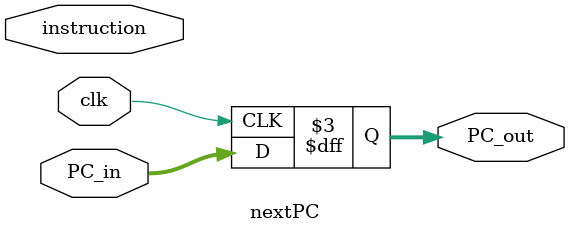
<source format=v>
module nextPC (instruction,PC_in, PC_out,clk);
	input clk;
	input [31:0]PC_in;
	output reg[31:0] PC_out;
	input [31:0] instruction;
	initial begin
 	//PC_out=32'b0;
	end
	always @ (posedge clk )
	begin
				// PC_out <= PC_in;
			PC_out <= PC_in;
	end
	

endmodule

</source>
